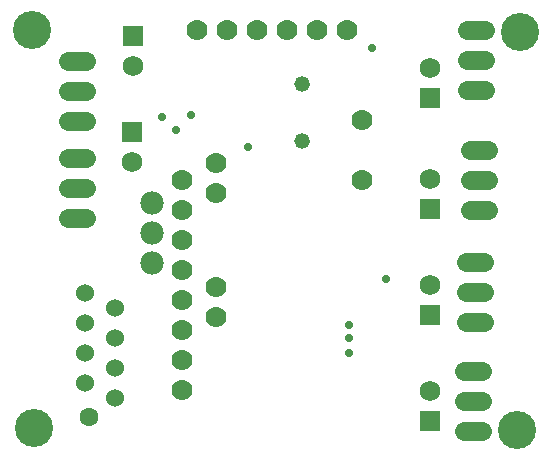
<source format=gbs>
G75*
%MOIN*%
%OFA0B0*%
%FSLAX24Y24*%
%IPPOS*%
%LPD*%
%AMOC8*
5,1,8,0,0,1.08239X$1,22.5*
%
%ADD10C,0.0520*%
%ADD11C,0.0640*%
%ADD12R,0.0690X0.0690*%
%ADD13C,0.0690*%
%ADD14C,0.0700*%
%ADD15C,0.0600*%
%ADD16C,0.0631*%
%ADD17C,0.0780*%
%ADD18C,0.0276*%
%ADD19C,0.1267*%
D10*
X012008Y010730D03*
X012008Y012630D03*
D11*
X017508Y012430D02*
X018108Y012430D01*
X018108Y013430D02*
X017508Y013430D01*
X017508Y014430D02*
X018108Y014430D01*
X018208Y010455D02*
X017608Y010455D01*
X017608Y009455D02*
X018208Y009455D01*
X018208Y008455D02*
X017608Y008455D01*
X017483Y006705D02*
X018083Y006705D01*
X018083Y005705D02*
X017483Y005705D01*
X017483Y004705D02*
X018083Y004705D01*
X018008Y003080D02*
X017408Y003080D01*
X017408Y002080D02*
X018008Y002080D01*
X018008Y001080D02*
X017408Y001080D01*
X004808Y008158D02*
X004208Y008158D01*
X004208Y009158D02*
X004808Y009158D01*
X004808Y010158D02*
X004208Y010158D01*
X004200Y011415D02*
X004800Y011415D01*
X004800Y012415D02*
X004200Y012415D01*
X004200Y013415D02*
X004800Y013415D01*
D12*
X006383Y014230D03*
X006333Y011055D03*
X016258Y012180D03*
X016258Y008480D03*
X016258Y004930D03*
X016258Y001405D03*
D13*
X016258Y002405D03*
X016258Y005930D03*
X016258Y009480D03*
X016258Y013180D03*
X006383Y013230D03*
X006333Y010055D03*
D14*
X008008Y009430D03*
X009133Y008993D03*
X008008Y008430D03*
X008008Y007430D03*
X008008Y006430D03*
X009133Y005868D03*
X008008Y005430D03*
X009133Y004868D03*
X008008Y004430D03*
X008008Y003430D03*
X008008Y002430D03*
X014008Y009430D03*
X014008Y011430D03*
X013508Y014430D03*
X012508Y014430D03*
X011508Y014430D03*
X010508Y014430D03*
X009508Y014430D03*
X008508Y014430D03*
X009133Y009993D03*
D15*
X004758Y005680D03*
X005758Y005180D03*
X004758Y004680D03*
X005758Y004180D03*
X004758Y003680D03*
X005758Y003180D03*
X004758Y002680D03*
X005758Y002180D03*
D16*
X004902Y001542D03*
D17*
X007008Y006680D03*
X007008Y007680D03*
X007008Y008680D03*
D18*
X010198Y010540D03*
X008308Y011590D03*
X007818Y011100D03*
X007320Y011546D03*
X014328Y013830D03*
X014818Y006130D03*
X013558Y004590D03*
X013558Y004170D03*
X013558Y003680D03*
D19*
X003058Y001180D03*
X019183Y001105D03*
X019258Y014380D03*
X003008Y014455D03*
M02*

</source>
